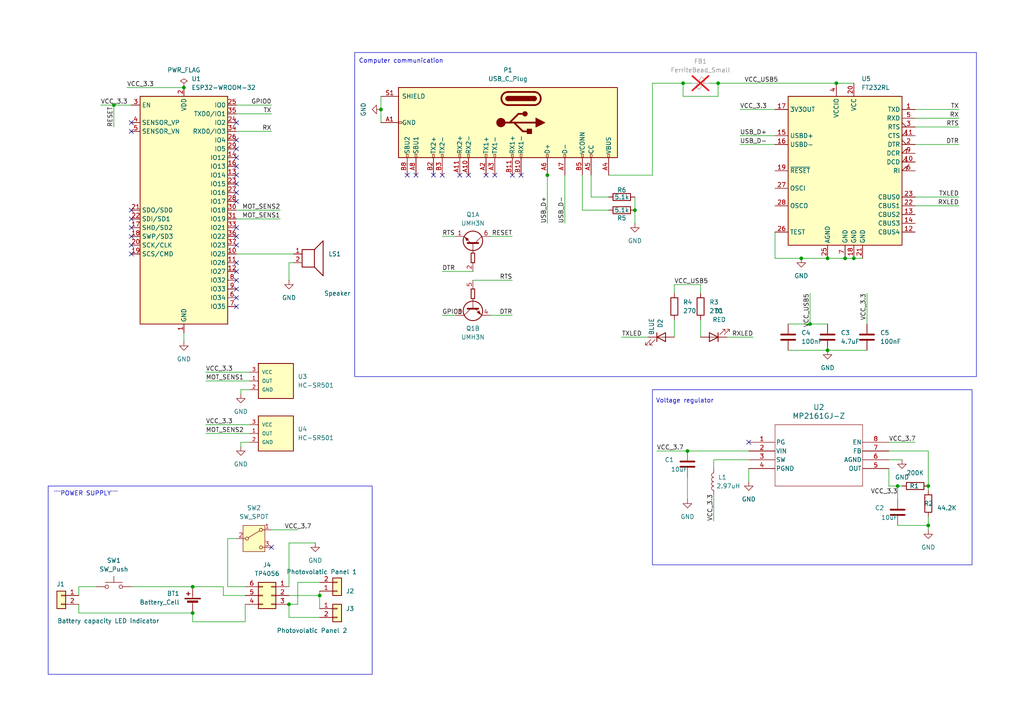
<source format=kicad_sch>
(kicad_sch (version 20231120) (generator "eeschema") (generator_version "8.0")
  (paper "A4")
  (lib_symbols
    (symbol "2024-10-28_19-15-24:MP2161GJ-Z" (pin_names (offset 0.254))
      (property "Reference" "U" (at 20.32 10.16 0))
      (property "Value" "MP2161GJ-Z" (at 20.32 7.62 0))
      (symbol "MP2161GJ-Z_0_1"
        (polyline (pts (xy 7.62 -12.7) (xy 33.02 -12.7)) (stroke (width 0.127)))
        (polyline (pts (xy 7.62 5.08) (xy 7.62 -12.7)) (stroke (width 0.127)))
        (polyline (pts (xy 33.02 -12.7) (xy 33.02 5.08)) (stroke (width 0.127)))
        (polyline (pts (xy 33.02 5.08) (xy 7.62 5.08)) (stroke (width 0.127)))
        (pin unspecified line (at 0 0 0) (length 7.62) (name "PG") (number "1"))
        (pin unspecified line (at 0 -2.54 0) (length 7.62) (name "VIN") (number "2"))
        (pin unspecified line (at 0 -5.08 0) (length 7.62) (name "SW") (number "3"))
        (pin power_out line (at 0 -7.62 0) (length 7.62) (name "PGND") (number "4"))
        (pin output line (at 40.64 -7.62 180) (length 7.62) (name "OUT") (number "5"))
        (pin power_out line (at 40.64 -5.08 180) (length 7.62) (name "AGND") (number "6"))
        (pin unspecified line (at 40.64 -2.54 180) (length 7.62) (name "FB") (number "7"))
        (pin unspecified line (at 40.64 0 180) (length 7.62) (name "EN") (number "8"))
      )
    )
    (symbol "Connector:USB_C_Plug" (pin_names (offset 1.016))
      (property "Reference" "P" (at -10.16 29.21 0))
      (property "Value" "USB_C_Plug" (at 10.16 29.21 0))
      (symbol "USB_C_Plug_0_0"
        (rectangle (start -0.254 -35.56) (end 0.254 -34.544))
        (rectangle (start 10.16 -32.766) (end 9.144 -33.274))
        (rectangle (start 10.16 -30.226) (end 9.144 -30.734))
        (rectangle (start 10.16 -25.146) (end 9.144 -25.654))
        (rectangle (start 10.16 -22.606) (end 9.144 -23.114))
        (rectangle (start 10.16 -17.526) (end 9.144 -18.034))
        (rectangle (start 10.16 -14.986) (end 9.144 -15.494))
        (rectangle (start 10.16 -9.906) (end 9.144 -10.414))
        (rectangle (start 10.16 -7.366) (end 9.144 -7.874))
        (rectangle (start 10.16 -2.286) (end 9.144 -2.794))
        (rectangle (start 10.16 0.254) (end 9.144 -0.254))
        (rectangle (start 10.16 7.874) (end 9.144 7.366))
        (rectangle (start 10.16 12.954) (end 9.144 12.446))
        (rectangle (start 10.16 18.034) (end 9.144 17.526))
        (rectangle (start 10.16 20.574) (end 9.144 20.066))
        (rectangle (start 10.16 25.654) (end 9.144 25.146))
      )
      (symbol "USB_C_Plug_0_1"
        (rectangle (start -10.16 27.94) (end 10.16 -35.56) (stroke (width 0.254)) (fill (type background)))
        (arc (start -8.89 -3.81) (mid -6.985 -5.7067) (end -5.08 -3.81) (stroke (width 0.508)))
        (arc (start -7.62 -3.81) (mid -6.985 -4.4423) (end -6.35 -3.81) (stroke (width 0.254)))
        (arc (start -7.62 -3.81) (mid -6.985 -4.4423) (end -6.35 -3.81) (stroke (width 0.254)) (fill (type outline)))
        (rectangle (start -7.62 -3.81) (end -6.35 3.81) (stroke (width 0.254)) (fill (type outline)))
        (arc (start -6.35 3.81) (mid -6.985 4.4423) (end -7.62 3.81) (stroke (width 0.254)))
        (arc (start -6.35 3.81) (mid -6.985 4.4423) (end -7.62 3.81) (stroke (width 0.254)) (fill (type outline)))
        (arc (start -5.08 3.81) (mid -6.985 5.7067) (end -8.89 3.81) (stroke (width 0.508)))
        (polyline (pts (xy -8.89 -3.81) (xy -8.89 3.81)) (stroke (width 0.508)))
        (polyline (pts (xy -5.08 3.81) (xy -5.08 -3.81)) (stroke (width 0.508)))
      )
      (symbol "USB_C_Plug_1_1"
        (circle (center -2.54 1.143) (radius 0.635) (stroke (width 0.254)) (fill (type outline)))
        (circle (center 0 -5.842) (radius 1.27) (fill (type outline)))
        (polyline (pts (xy 0 -5.842) (xy 0 4.318)) (stroke (width 0.508)))
        (polyline (pts (xy 0 -3.302) (xy -2.54 -0.762) (xy -2.54 0.508)) (stroke (width 0.508)))
        (polyline (pts (xy 0 -2.032) (xy 2.54 0.508) (xy 2.54 1.778)) (stroke (width 0.508)))
        (polyline (pts (xy -1.27 4.318) (xy 0 6.858) (xy 1.27 4.318) (xy -1.27 4.318)) (stroke (width 0.254)) (fill (type outline)))
        (rectangle (start 1.905 1.778) (end 3.175 3.048) (stroke (width 0.254)) (fill (type outline)))
        (pin passive line (at 0 -40.64 90) (length 5.08) (name "GND") (number "A1"))
        (pin bidirectional line (at 15.24 -15.24 180) (length 5.08) (name "RX2-") (number "A10"))
        (pin bidirectional line (at 15.24 -17.78 180) (length 5.08) (name "RX2+") (number "A11"))
        (pin passive line (at 0 -40.64 90) (length 5.08) hide (name "GND") (number "A12"))
        (pin bidirectional line (at 15.24 -10.16 180) (length 5.08) (name "TX1+") (number "A2"))
        (pin bidirectional line (at 15.24 -7.62 180) (length 5.08) (name "TX1-") (number "A3"))
        (pin passive line (at 15.24 25.4 180) (length 5.08) (name "VBUS") (number "A4"))
        (pin bidirectional line (at 15.24 20.32 180) (length 5.08) (name "CC") (number "A5"))
        (pin bidirectional line (at 15.24 7.62 180) (length 5.08) (name "D+") (number "A6"))
        (pin bidirectional line (at 15.24 12.7 180) (length 5.08) (name "D-") (number "A7"))
        (pin bidirectional line (at 15.24 -30.48 180) (length 5.08) (name "SBU1") (number "A8"))
        (pin passive line (at 15.24 25.4 180) (length 5.08) hide (name "VBUS") (number "A9"))
        (pin passive line (at 0 -40.64 90) (length 5.08) hide (name "GND") (number "B1"))
        (pin bidirectional line (at 15.24 0 180) (length 5.08) (name "RX1-") (number "B10"))
        (pin bidirectional line (at 15.24 -2.54 180) (length 5.08) (name "RX1+") (number "B11"))
        (pin passive line (at 0 -40.64 90) (length 5.08) hide (name "GND") (number "B12"))
        (pin bidirectional line (at 15.24 -25.4 180) (length 5.08) (name "TX2+") (number "B2"))
        (pin bidirectional line (at 15.24 -22.86 180) (length 5.08) (name "TX2-") (number "B3"))
        (pin passive line (at 15.24 25.4 180) (length 5.08) hide (name "VBUS") (number "B4"))
        (pin bidirectional line (at 15.24 17.78 180) (length 5.08) (name "VCONN") (number "B5"))
        (pin bidirectional line (at 15.24 -33.02 180) (length 5.08) (name "SBU2") (number "B8"))
        (pin passive line (at 15.24 25.4 180) (length 5.08) hide (name "VBUS") (number "B9"))
        (pin passive line (at -7.62 -40.64 90) (length 5.08) (name "SHIELD") (number "S1"))
      )
    )
    (symbol "Connector_Generic:Conn_01x02" (pin_names (offset 1.016) hide)
      (property "Reference" "J" (at 0 2.54 0))
      (property "Value" "Conn_01x02" (at 0 -5.08 0))
      (symbol "Conn_01x02_1_1"
        (rectangle (start -1.27 -2.413) (end 0 -2.667) (stroke (width 0.1524)))
        (rectangle (start -1.27 0.127) (end 0 -0.127) (stroke (width 0.1524)))
        (rectangle (start -1.27 1.27) (end 1.27 -3.81) (stroke (width 0.254)) (fill (type background)))
        (pin passive line (at -5.08 0 0) (length 3.81) (name "Pin_1") (number "1"))
        (pin passive line (at -5.08 -2.54 0) (length 3.81) (name "Pin_2") (number "2"))
      )
    )
    (symbol "Connector_Generic:Conn_02x03_Counter_Clockwise" (pin_names (offset 1.016) hide)
      (property "Reference" "J" (at 1.27 5.08 0))
      (property "Value" "Conn_02x03_Counter_Clockwise" (at 1.27 -5.08 0))
      (symbol "Conn_02x03_Counter_Clockwise_1_1"
        (rectangle (start -1.27 -2.413) (end 0 -2.667) (stroke (width 0.1524)))
        (rectangle (start -1.27 0.127) (end 0 -0.127) (stroke (width 0.1524)))
        (rectangle (start -1.27 2.667) (end 0 2.413) (stroke (width 0.1524)))
        (rectangle (start -1.27 3.81) (end 3.81 -3.81) (stroke (width 0.254)) (fill (type background)))
        (rectangle (start 3.81 -2.413) (end 2.54 -2.667) (stroke (width 0.1524)))
        (rectangle (start 3.81 0.127) (end 2.54 -0.127) (stroke (width 0.1524)))
        (rectangle (start 3.81 2.667) (end 2.54 2.413) (stroke (width 0.1524)))
        (pin passive line (at -5.08 2.54 0) (length 3.81) (name "Pin_1") (number "1"))
        (pin passive line (at -5.08 0 0) (length 3.81) (name "Pin_2") (number "2"))
        (pin passive line (at -5.08 -2.54 0) (length 3.81) (name "Pin_3") (number "3"))
        (pin passive line (at 7.62 -2.54 180) (length 3.81) (name "Pin_4") (number "4"))
        (pin passive line (at 7.62 0 180) (length 3.81) (name "Pin_5") (number "5"))
        (pin passive line (at 7.62 2.54 180) (length 3.81) (name "Pin_6") (number "6"))
      )
    )
    (symbol "Device:Battery_Cell" (pin_numbers hide) (pin_names (offset 0) hide)
      (property "Reference" "BT" (at 2.54 2.54 0))
      (property "Value" "Battery_Cell" (at 2.54 0 0))
      (symbol "Battery_Cell_0_1"
        (rectangle (start -2.286 1.778) (end 2.286 1.524) (fill (type outline)))
        (rectangle (start -1.524 1.016) (end 1.524 0.508) (fill (type outline)))
        (polyline (pts (xy 0 0.762) (xy 0 0)))
        (polyline (pts (xy 0 1.778) (xy 0 2.54)))
        (polyline (pts (xy 0.762 3.048) (xy 1.778 3.048)) (stroke (width 0.254)))
        (polyline (pts (xy 1.27 3.556) (xy 1.27 2.54)) (stroke (width 0.254)))
      )
      (symbol "Battery_Cell_1_1"
        (pin passive line (at 0 5.08 270) (length 2.54) (name "+") (number "1"))
        (pin passive line (at 0 -2.54 90) (length 2.54) (name "-") (number "2"))
      )
    )
    (symbol "Device:C" (pin_numbers hide) (pin_names (offset 0.254))
      (property "Reference" "C" (at 0.635 2.54 0))
      (property "Value" "C" (at 0.635 -2.54 0))
      (symbol "C_0_1"
        (polyline (pts (xy -2.032 -0.762) (xy 2.032 -0.762)) (stroke (width 0.508)))
        (polyline (pts (xy -2.032 0.762) (xy 2.032 0.762)) (stroke (width 0.508)))
      )
      (symbol "C_1_1"
        (pin passive line (at 0 3.81 270) (length 2.794) (name "~") (number "1"))
        (pin passive line (at 0 -3.81 90) (length 2.794) (name "~") (number "2"))
      )
    )
    (symbol "Device:FerriteBead_Small" (pin_numbers hide) (pin_names (offset 0))
      (property "Reference" "FB" (at 1.905 1.27 0))
      (property "Value" "FerriteBead_Small" (at 1.905 -1.27 0))
      (symbol "FerriteBead_Small_0_1"
        (polyline (pts (xy 0 -1.27) (xy 0 -0.7874)))
        (polyline (pts (xy 0 0.889) (xy 0 1.2954)))
        (polyline (pts (xy -1.8288 0.2794) (xy -1.1176 1.4986) (xy 1.8288 -0.2032) (xy 1.1176 -1.4224) (xy -1.8288 0.2794)))
      )
      (symbol "FerriteBead_Small_1_1"
        (pin passive line (at 0 2.54 270) (length 1.27) (name "~") (number "1"))
        (pin passive line (at 0 -2.54 90) (length 1.27) (name "~") (number "2"))
      )
    )
    (symbol "Device:L" (pin_numbers hide) (pin_names (offset 1.016) hide)
      (property "Reference" "L" (at -1.27 0 90))
      (property "Value" "L" (at 1.905 0 90))
      (symbol "L_0_1"
        (arc (start 0 -2.54) (mid 0.6323 -1.905) (end 0 -1.27))
        (arc (start 0 -1.27) (mid 0.6323 -0.635) (end 0 0))
        (arc (start 0 0) (mid 0.6323 0.635) (end 0 1.27))
        (arc (start 0 1.27) (mid 0.6323 1.905) (end 0 2.54))
      )
      (symbol "L_1_1"
        (pin passive line (at 0 3.81 270) (length 1.27) (name "1") (number "1"))
        (pin passive line (at 0 -3.81 90) (length 1.27) (name "2") (number "2"))
      )
    )
    (symbol "Device:LED" (pin_numbers hide) (pin_names (offset 1.016) hide)
      (property "Reference" "D" (at 0 2.54 0))
      (property "Value" "LED" (at 0 -2.54 0))
      (symbol "LED_0_1"
        (polyline (pts (xy -1.27 -1.27) (xy -1.27 1.27)) (stroke (width 0.254)))
        (polyline (pts (xy -1.27 0) (xy 1.27 0)))
        (polyline (pts (xy 1.27 -1.27) (xy 1.27 1.27) (xy -1.27 0) (xy 1.27 -1.27)) (stroke (width 0.254)))
        (polyline (pts (xy -3.048 -0.762) (xy -4.572 -2.286) (xy -3.81 -2.286) (xy -4.572 -2.286) (xy -4.572 -1.524)))
        (polyline (pts (xy -1.778 -0.762) (xy -3.302 -2.286) (xy -2.54 -2.286) (xy -3.302 -2.286) (xy -3.302 -1.524)))
      )
      (symbol "LED_1_1"
        (pin passive line (at -3.81 0 0) (length 2.54) (name "K") (number "1"))
        (pin passive line (at 3.81 0 180) (length 2.54) (name "A") (number "2"))
      )
    )
    (symbol "Device:R" (pin_numbers hide) (pin_names (offset 0))
      (property "Reference" "R" (at 2.032 0 90))
      (property "Value" "R" (at 0 0 90))
      (symbol "R_0_1"
        (rectangle (start -1.016 -2.54) (end 1.016 2.54) (stroke (width 0.254)))
      )
      (symbol "R_1_1"
        (pin passive line (at 0 3.81 270) (length 1.27) (name "~") (number "1"))
        (pin passive line (at 0 -3.81 90) (length 1.27) (name "~") (number "2"))
      )
    )
    (symbol "Device:Speaker" (pin_names (offset 0) hide)
      (property "Reference" "LS" (at 1.27 5.715 0))
      (property "Value" "Speaker" (at 1.27 3.81 0))
      (symbol "Speaker_0_0"
        (rectangle (start -2.54 1.27) (end 1.016 -3.81) (stroke (width 0.254)))
        (polyline (pts (xy 1.016 1.27) (xy 3.556 3.81) (xy 3.556 -6.35) (xy 1.016 -3.81)) (stroke (width 0.254)))
      )
      (symbol "Speaker_1_1"
        (pin input line (at -5.08 0 0) (length 2.54) (name "1") (number "1"))
        (pin input line (at -5.08 -2.54 0) (length 2.54) (name "2") (number "2"))
      )
    )
    (symbol "HC-SR501_2" (pin_names (offset 1.016))
      (property "Reference" "U3" (at 8.89 -1.2699 0))
      (property "Value" "HC-SR501" (at 8.89 -3.8099 0))
      (symbol "HC-SR501_2_0_0"
        (rectangle (start -2.54 -7.62) (end 7.62 2.54) (stroke (width 0.254)) (fill (type background)))
        (pin output line (at -5.08 -2.54 0) (length 2.54) (name "OUT") (number "1"))
        (pin power_out line (at -5.08 -5.08 0) (length 2.54) (name "GND") (number "2"))
        (pin power_in line (at -5.08 0 0) (length 2.54) (name "VCC") (number "3"))
      )
    )
    (symbol "Interface_USB:FT232RL"
      (property "Reference" "U" (at -16.51 22.86 0))
      (property "Value" "FT232RL" (at 10.16 22.86 0))
      (symbol "FT232RL_0_1"
        (rectangle (start -16.51 21.59) (end 16.51 -21.59) (stroke (width 0.254)) (fill (type background)))
      )
      (symbol "FT232RL_1_1"
        (pin output line (at 20.32 17.78 180) (length 3.81) (name "TXD") (number "1"))
        (pin input input_low (at 20.32 2.54 180) (length 3.81) (name "DCD") (number "10"))
        (pin input input_low (at 20.32 10.16 180) (length 3.81) (name "CTS") (number "11"))
        (pin bidirectional line (at 20.32 -17.78 180) (length 3.81) (name "CBUS4") (number "12"))
        (pin bidirectional line (at 20.32 -12.7 180) (length 3.81) (name "CBUS2") (number "13"))
        (pin bidirectional line (at 20.32 -15.24 180) (length 3.81) (name "CBUS3") (number "14"))
        (pin bidirectional line (at -20.32 10.16 0) (length 3.81) (name "USBD+") (number "15"))
        (pin bidirectional line (at -20.32 7.62 0) (length 3.81) (name "USBD-") (number "16"))
        (pin power_out line (at -20.32 17.78 0) (length 3.81) (name "3V3OUT") (number "17"))
        (pin power_in line (at 2.54 -25.4 90) (length 3.81) (name "GND") (number "18"))
        (pin input line (at -20.32 0 0) (length 3.81) (name "~{RESET}") (number "19"))
        (pin output output_low (at 20.32 7.62 180) (length 3.81) (name "DTR") (number "2"))
        (pin power_in line (at 2.54 25.4 270) (length 3.81) (name "VCC") (number "20"))
        (pin power_in line (at 5.08 -25.4 90) (length 3.81) (name "GND") (number "21"))
        (pin bidirectional line (at 20.32 -10.16 180) (length 3.81) (name "CBUS1") (number "22"))
        (pin bidirectional line (at 20.32 -7.62 180) (length 3.81) (name "CBUS0") (number "23"))
        (pin power_in line (at -5.08 -25.4 90) (length 3.81) (name "AGND") (number "25"))
        (pin input line (at -20.32 -17.78 0) (length 3.81) (name "TEST") (number "26"))
        (pin input line (at -20.32 -5.08 0) (length 3.81) (name "OSCI") (number "27"))
        (pin output line (at -20.32 -10.16 0) (length 3.81) (name "OSCO") (number "28"))
        (pin output output_low (at 20.32 12.7 180) (length 3.81) (name "RTS") (number "3"))
        (pin power_in line (at -2.54 25.4 270) (length 3.81) (name "VCCIO") (number "4"))
        (pin input line (at 20.32 15.24 180) (length 3.81) (name "RXD") (number "5"))
        (pin input input_low (at 20.32 0 180) (length 3.81) (name "RI") (number "6"))
        (pin power_in line (at 0 -25.4 90) (length 3.81) (name "GND") (number "7"))
        (pin input input_low (at 20.32 5.08 180) (length 3.81) (name "DCR") (number "9"))
      )
    )
    (symbol "RF_Module:ESP32-WROOM-32"
      (property "Reference" "U" (at -12.7 34.29 0))
      (property "Value" "ESP32-WROOM-32" (at 1.27 34.29 0))
      (symbol "ESP32-WROOM-32_0_1"
        (rectangle (start -12.7 33.02) (end 12.7 -33.02) (stroke (width 0.254)) (fill (type background)))
      )
      (symbol "ESP32-WROOM-32_1_1"
        (pin power_in line (at 0 -35.56 90) (length 2.54) (name "GND") (number "1"))
        (pin bidirectional line (at 15.24 -12.7 180) (length 2.54) (name "IO25") (number "10"))
        (pin bidirectional line (at 15.24 -15.24 180) (length 2.54) (name "IO26") (number "11"))
        (pin bidirectional line (at 15.24 -17.78 180) (length 2.54) (name "IO27") (number "12"))
        (pin bidirectional line (at 15.24 10.16 180) (length 2.54) (name "IO14") (number "13"))
        (pin bidirectional line (at 15.24 15.24 180) (length 2.54) (name "IO12") (number "14"))
        (pin passive line (at 0 -35.56 90) (length 2.54) hide (name "GND") (number "15"))
        (pin bidirectional line (at 15.24 12.7 180) (length 2.54) (name "IO13") (number "16"))
        (pin bidirectional line (at -15.24 -5.08 0) (length 2.54) (name "SHD/SD2") (number "17"))
        (pin bidirectional line (at -15.24 -7.62 0) (length 2.54) (name "SWP/SD3") (number "18"))
        (pin bidirectional line (at -15.24 -12.7 0) (length 2.54) (name "SCS/CMD") (number "19"))
        (pin power_in line (at 0 35.56 270) (length 2.54) (name "VDD") (number "2"))
        (pin bidirectional line (at -15.24 -10.16 0) (length 2.54) (name "SCK/CLK") (number "20"))
        (pin bidirectional line (at -15.24 0 0) (length 2.54) (name "SDO/SD0") (number "21"))
        (pin bidirectional line (at -15.24 -2.54 0) (length 2.54) (name "SDI/SD1") (number "22"))
        (pin bidirectional line (at 15.24 7.62 180) (length 2.54) (name "IO15") (number "23"))
        (pin bidirectional line (at 15.24 25.4 180) (length 2.54) (name "IO2") (number "24"))
        (pin bidirectional line (at 15.24 30.48 180) (length 2.54) (name "IO0") (number "25"))
        (pin bidirectional line (at 15.24 20.32 180) (length 2.54) (name "IO4") (number "26"))
        (pin bidirectional line (at 15.24 5.08 180) (length 2.54) (name "IO16") (number "27"))
        (pin bidirectional line (at 15.24 2.54 180) (length 2.54) (name "IO17") (number "28"))
        (pin bidirectional line (at 15.24 17.78 180) (length 2.54) (name "IO5") (number "29"))
        (pin input line (at -15.24 30.48 0) (length 2.54) (name "EN") (number "3"))
        (pin bidirectional line (at 15.24 0 180) (length 2.54) (name "IO18") (number "30"))
        (pin bidirectional line (at 15.24 -2.54 180) (length 2.54) (name "IO19") (number "31"))
        (pin no_connect line (at -12.7 -27.94 0) (length 2.54) hide (name "NC") (number "32"))
        (pin bidirectional line (at 15.24 -5.08 180) (length 2.54) (name "IO21") (number "33"))
        (pin bidirectional line (at 15.24 22.86 180) (length 2.54) (name "RXD0/IO3") (number "34"))
        (pin bidirectional line (at 15.24 27.94 180) (length 2.54) (name "TXD0/IO1") (number "35"))
        (pin bidirectional line (at 15.24 -7.62 180) (length 2.54) (name "IO22") (number "36"))
        (pin bidirectional line (at 15.24 -10.16 180) (length 2.54) (name "IO23") (number "37"))
        (pin passive line (at 0 -35.56 90) (length 2.54) hide (name "GND") (number "38"))
        (pin passive line (at 0 -35.56 90) (length 2.54) hide (name "GND") (number "39"))
        (pin input line (at -15.24 25.4 0) (length 2.54) (name "SENSOR_VP") (number "4"))
        (pin input line (at -15.24 22.86 0) (length 2.54) (name "SENSOR_VN") (number "5"))
        (pin input line (at 15.24 -25.4 180) (length 2.54) (name "IO34") (number "6"))
        (pin input line (at 15.24 -27.94 180) (length 2.54) (name "IO35") (number "7"))
        (pin bidirectional line (at 15.24 -20.32 180) (length 2.54) (name "IO32") (number "8"))
        (pin bidirectional line (at 15.24 -22.86 180) (length 2.54) (name "IO33") (number "9"))
      )
    )
    (symbol "Switch:SW_Push" (pin_numbers hide) (pin_names (offset 1.016) hide)
      (property "Reference" "SW" (at 1.27 2.54 0))
      (property "Value" "SW_Push" (at 0 -1.524 0))
      (symbol "SW_Push_0_1"
        (circle (center -2.032 0) (radius 0.508))
        (polyline (pts (xy 0 1.27) (xy 0 3.048)))
        (polyline (pts (xy 2.54 1.27) (xy -2.54 1.27)))
        (circle (center 2.032 0) (radius 0.508))
        (pin passive line (at -5.08 0 0) (length 2.54) (name "1") (number "1"))
        (pin passive line (at 5.08 0 180) (length 2.54) (name "2") (number "2"))
      )
    )
    (symbol "Switch:SW_SPDT" (pin_names (offset 0) hide)
      (property "Reference" "SW" (at 0 5.08 0))
      (property "Value" "SW_SPDT" (at 0 -5.08 0))
      (symbol "SW_SPDT_0_1"
        (circle (center -2.032 0) (radius 0.4572))
        (polyline (pts (xy -1.651 0.254) (xy 1.651 2.286)))
        (circle (center 2.032 -2.54) (radius 0.4572))
        (circle (center 2.032 2.54) (radius 0.4572))
      )
      (symbol "SW_SPDT_1_1"
        (rectangle (start -3.175 3.81) (end 3.175 -3.81) (fill (type background)))
        (pin passive line (at 5.08 2.54 180) (length 2.54) (name "A") (number "1"))
        (pin passive line (at -5.08 0 0) (length 2.54) (name "B") (number "2"))
        (pin passive line (at 5.08 -2.54 180) (length 2.54) (name "C") (number "3"))
      )
    )
    (symbol "Transistor_BJT:UMH3N" (pin_names hide)
      (property "Reference" "Q" (at 7.62 1.27 0))
      (property "Value" "UMH3N" (at 7.62 -1.27 0))
      (symbol "UMH3N_0_1"
        (polyline (pts (xy 3.175 0) (xy 0.254 0)))
        (polyline (pts (xy 3.175 0.635) (xy 5.08 2.54)))
        (polyline (pts (xy 3.175 1.524) (xy 3.175 -1.524)) (stroke (width 0.508)))
        (polyline (pts (xy 3.175 -0.635) (xy 5.08 -2.54) (xy 5.08 -2.54)))
        (polyline (pts (xy 3.81 -1.778) (xy 4.318 -1.27) (xy 4.826 -2.286) (xy 3.81 -1.778) (xy 3.81 -1.778)) (fill (type outline)))
        (rectangle (start 0.254 0.508) (end -2.54 -0.508) (stroke (width 0.254)))
        (circle (center 3.81 0) (radius 2.8194) (stroke (width 0.254)))
      )
      (symbol "UMH3N_1_1"
        (pin passive line (at 5.08 -5.08 90) (length 2.54) (name "E1") (number "1"))
        (pin input line (at -5.08 0 0) (length 2.54) (name "B1") (number "2"))
        (pin passive line (at 5.08 5.08 270) (length 2.54) (name "C1") (number "6"))
      )
      (symbol "UMH3N_2_1"
        (pin passive line (at 5.08 5.08 270) (length 2.54) (name "C2") (number "3"))
        (pin passive line (at 5.08 -5.08 90) (length 2.54) (name "E2") (number "4"))
        (pin input line (at -5.08 0 0) (length 2.54) (name "B2") (number "5"))
      )
    )
    (symbol "power:GND" (power) (pin_numbers hide) (pin_names (offset 0) hide)
      (property "Value" "GND" (at 0 -3.81 0))
      (symbol "GND_0_1"
        (polyline (pts (xy 0 0) (xy 0 -1.27) (xy 1.27 -1.27) (xy 0 -2.54) (xy -1.27 -1.27) (xy 0 -1.27)))
      )
      (symbol "GND_1_1"
        (pin power_in line (at 0 0 270) (length 0) (name "~") (number "1"))
      )
    )
    (symbol "power:PWR_FLAG" (power) (pin_numbers hide) (pin_names (offset 0) hide)
      (property "Value" "PWR_FLAG" (at 0 3.81 0))
      (symbol "PWR_FLAG_0_0"
        (pin power_out line (at 0 0 90) (length 0) (name "~") (number "1"))
      )
      (symbol "PWR_FLAG_0_1"
        (polyline (pts (xy 0 0) (xy 0 1.27) (xy -1.016 1.905) (xy 0 2.54) (xy 1.016 1.905) (xy 0 1.27)))
      )
    )
  )
  (junction (at 242.57 24.13))
  (junction (at 83.82 175.26))
  (junction (at 269.24 152.4))
  (junction (at 240.03 101.6))
  (junction (at 158.75 50.8))
  (junction (at 234.95 93.98))
  (junction (at 53.34 25.4))
  (junction (at 199.39 130.81))
  (junction (at 208.28 24.13))
  (junction (at 260.35 140.97))
  (junction (at 198.12 24.13))
  (junction (at 232.41 74.93))
  (junction (at 269.24 140.97))
  (junction (at 110.49 31.75))
  (junction (at 184.15 60.96))
  (junction (at 55.88 170.18))
  (junction (at 247.65 74.93))
  (junction (at 240.03 74.93))
  (junction (at 55.88 177.8))
  (junction (at 245.11 74.93))
  (junction (at 33.02 30.48))
  (junction (at 92.71 172.72))
  (no_connect (at 68.58 55.88))
  (no_connect (at 68.58 58.42))
  (no_connect (at 68.58 43.18))
  (no_connect (at 68.58 66.04))
  (no_connect (at 68.58 68.58))
  (no_connect (at 38.1 66.04))
  (no_connect (at 38.1 35.56))
  (no_connect (at 68.58 50.8))
  (no_connect (at 133.35 50.8))
  (no_connect (at 38.1 63.5))
  (no_connect (at 68.58 35.56))
  (no_connect (at 125.73 50.8))
  (no_connect (at 68.58 78.74))
  (no_connect (at 68.58 76.2))
  (no_connect (at 120.65 50.8))
  (no_connect (at 38.1 73.66))
  (no_connect (at 68.58 45.72))
  (no_connect (at 143.51 50.8))
  (no_connect (at 68.58 88.9))
  (no_connect (at 118.11 50.8))
  (no_connect (at 38.1 71.12))
  (no_connect (at 68.58 83.82))
  (no_connect (at 78.74 158.75))
  (no_connect (at 38.1 60.96))
  (no_connect (at 68.58 81.28))
  (no_connect (at 128.27 50.8))
  (no_connect (at 68.58 48.26))
  (no_connect (at 217.17 128.27))
  (no_connect (at 38.1 68.58))
  (no_connect (at 151.13 50.8))
  (no_connect (at 68.58 71.12))
  (no_connect (at 148.59 50.8))
  (no_connect (at 68.58 86.36))
  (no_connect (at 38.1 38.1))
  (no_connect (at 135.89 50.8))
  (no_connect (at 68.58 40.64))
  (no_connect (at 140.97 50.8))
  (no_connect (at 68.58 53.34))
  (wire (pts (xy 260.35 140.97) (xy 260.35 144.78)))
  (wire (pts (xy 242.57 24.13) (xy 247.65 24.13)))
  (wire (pts (xy 189.23 24.13) (xy 189.23 50.8)))
  (wire (pts (xy 68.58 33.02) (xy 78.74 33.02)))
  (wire (pts (xy 228.6 93.98) (xy 234.95 93.98)))
  (wire (pts (xy 86.36 168.91) (xy 86.36 175.26)))
  (wire (pts (xy 29.21 30.48) (xy 33.02 30.48)))
  (wire (pts (xy 207.01 133.35) (xy 207.01 135.89)))
  (wire (pts (xy 171.45 57.15) (xy 176.53 57.15)))
  (wire (pts (xy 64.77 170.18) (xy 55.88 170.18)))
  (wire (pts (xy 92.71 179.07) (xy 83.82 179.07)))
  (wire (pts (xy 66.04 156.21) (xy 68.58 156.21)))
  (wire (pts (xy 59.69 125.73) (xy 72.39 125.73)))
  (wire (pts (xy 33.02 30.48) (xy 38.1 30.48)))
  (wire (pts (xy 137.16 81.28) (xy 148.59 81.28)))
  (wire (pts (xy 66.04 170.18) (xy 71.12 170.18)))
  (wire (pts (xy 207.01 133.35) (xy 217.17 133.35)))
  (wire (pts (xy 92.71 172.72) (xy 92.71 176.53)))
  (wire (pts (xy 214.63 31.75) (xy 224.79 31.75)))
  (wire (pts (xy 92.71 168.91) (xy 86.36 168.91)))
  (wire (pts (xy 92.71 172.72) (xy 83.82 172.72)))
  (wire (pts (xy 198.12 27.94) (xy 198.12 24.13)))
  (wire (pts (xy 257.81 133.35) (xy 261.62 133.35)))
  (wire (pts (xy 257.81 130.81) (xy 269.24 130.81)))
  (wire (pts (xy 199.39 130.81) (xy 217.17 130.81)))
  (wire (pts (xy 247.65 74.93) (xy 245.11 74.93)))
  (wire (pts (xy 265.43 59.69) (xy 278.13 59.69)))
  (wire (pts (xy 171.45 50.8) (xy 171.45 57.15)))
  (wire (pts (xy 71.12 175.26) (xy 71.12 180.34)))
  (wire (pts (xy 203.2 82.55) (xy 203.2 85.09)))
  (wire (pts (xy 128.27 91.44) (xy 132.08 91.44)))
  (wire (pts (xy 22.86 177.8) (xy 55.88 177.8)))
  (wire (pts (xy 257.81 128.27) (xy 265.43 128.27)))
  (wire (pts (xy 214.63 41.91) (xy 224.79 41.91)))
  (wire (pts (xy 59.69 123.19) (xy 72.39 123.19)))
  (wire (pts (xy 265.43 57.15) (xy 278.13 57.15)))
  (wire (pts (xy 265.43 31.75) (xy 278.13 31.75)))
  (wire (pts (xy 33.02 30.48) (xy 33.02 36.83)))
  (wire (pts (xy 234.95 85.09) (xy 234.95 93.98)))
  (wire (pts (xy 207.01 143.51) (xy 207.01 151.13)))
  (wire (pts (xy 257.81 140.97) (xy 260.35 140.97)))
  (wire (pts (xy 59.69 107.95) (xy 72.39 107.95)))
  (wire (pts (xy 217.17 135.89) (xy 217.17 139.7)))
  (wire (pts (xy 240.03 74.93) (xy 232.41 74.93)))
  (wire (pts (xy 265.43 34.29) (xy 278.13 34.29)))
  (wire (pts (xy 224.79 74.93) (xy 224.79 67.31)))
  (wire (pts (xy 208.28 27.94) (xy 198.12 27.94)))
  (wire (pts (xy 64.77 172.72) (xy 71.12 172.72)))
  (wire (pts (xy 269.24 130.81) (xy 269.24 140.97)))
  (wire (pts (xy 168.91 50.8) (xy 168.91 60.96)))
  (wire (pts (xy 68.58 38.1) (xy 78.74 38.1)))
  (wire (pts (xy 250.19 74.93) (xy 247.65 74.93)))
  (wire (pts (xy 265.43 41.91) (xy 278.13 41.91)))
  (wire (pts (xy 176.53 50.8) (xy 189.23 50.8)))
  (wire (pts (xy 198.12 24.13) (xy 200.66 24.13)))
  (wire (pts (xy 27.94 170.18) (xy 22.86 170.18)))
  (wire (pts (xy 83.82 170.18) (xy 83.82 157.48)))
  (wire (pts (xy 22.86 175.26) (xy 22.86 177.8)))
  (wire (pts (xy 269.24 140.97) (xy 269.24 142.24)))
  (wire (pts (xy 260.35 140.97) (xy 261.62 140.97)))
  (wire (pts (xy 69.85 129.54) (xy 69.85 128.27)))
  (wire (pts (xy 234.95 93.98) (xy 240.03 93.98)))
  (wire (pts (xy 83.82 76.2) (xy 85.09 76.2)))
  (wire (pts (xy 203.2 92.71) (xy 203.2 97.79)))
  (wire (pts (xy 68.58 30.48) (xy 78.74 30.48)))
  (wire (pts (xy 83.82 81.28) (xy 83.82 76.2)))
  (wire (pts (xy 184.15 60.96) (xy 184.15 57.15)))
  (wire (pts (xy 214.63 39.37) (xy 224.79 39.37)))
  (wire (pts (xy 92.71 171.45) (xy 92.71 172.72)))
  (wire (pts (xy 269.24 149.86) (xy 269.24 152.4)))
  (wire (pts (xy 68.58 73.66) (xy 85.09 73.66)))
  (wire (pts (xy 68.58 60.96) (xy 81.28 60.96)))
  (wire (pts (xy 245.11 74.93) (xy 240.03 74.93)))
  (wire (pts (xy 36.83 25.4) (xy 53.34 25.4)))
  (wire (pts (xy 163.83 50.8) (xy 163.83 64.77)))
  (wire (pts (xy 158.75 49.53) (xy 158.75 50.8)))
  (wire (pts (xy 232.41 74.93) (xy 224.79 74.93)))
  (wire (pts (xy 69.85 114.3) (xy 69.85 113.03)))
  (wire (pts (xy 142.24 91.44) (xy 148.59 91.44)))
  (wire (pts (xy 69.85 128.27) (xy 72.39 128.27)))
  (wire (pts (xy 210.82 97.79) (xy 218.44 97.79)))
  (wire (pts (xy 251.46 85.09) (xy 251.46 93.98)))
  (wire (pts (xy 199.39 138.43) (xy 199.39 144.78)))
  (wire (pts (xy 66.04 170.18) (xy 66.04 156.21)))
  (wire (pts (xy 208.28 24.13) (xy 242.57 24.13)))
  (wire (pts (xy 83.82 157.48) (xy 91.44 157.48)))
  (wire (pts (xy 257.81 140.97) (xy 257.81 135.89)))
  (wire (pts (xy 142.24 68.58) (xy 148.59 68.58)))
  (wire (pts (xy 83.82 179.07) (xy 83.82 175.26)))
  (wire (pts (xy 208.28 24.13) (xy 208.28 27.94)))
  (wire (pts (xy 69.85 113.03) (xy 72.39 113.03)))
  (wire (pts (xy 64.77 170.18) (xy 64.77 172.72)))
  (wire (pts (xy 240.03 101.6) (xy 251.46 101.6)))
  (wire (pts (xy 86.36 175.26) (xy 83.82 175.26)))
  (wire (pts (xy 128.27 68.58) (xy 132.08 68.58)))
  (wire (pts (xy 265.43 36.83) (xy 278.13 36.83)))
  (wire (pts (xy 55.88 170.18) (xy 38.1 170.18)))
  (wire (pts (xy 78.74 153.67) (xy 86.36 153.67)))
  (wire (pts (xy 195.58 82.55) (xy 203.2 82.55)))
  (wire (pts (xy 110.49 31.75) (xy 110.49 35.56)))
  (wire (pts (xy 269.24 152.4) (xy 269.24 153.67)))
  (wire (pts (xy 190.5 130.81) (xy 199.39 130.81)))
  (wire (pts (xy 68.58 63.5) (xy 81.28 63.5)))
  (wire (pts (xy 22.86 170.18) (xy 22.86 172.72)))
  (wire (pts (xy 128.27 78.74) (xy 137.16 78.74)))
  (wire (pts (xy 195.58 92.71) (xy 195.58 97.79)))
  (wire (pts (xy 189.23 24.13) (xy 198.12 24.13)))
  (wire (pts (xy 187.96 97.79) (xy 180.34 97.79)))
  (wire (pts (xy 168.91 60.96) (xy 176.53 60.96)))
  (wire (pts (xy 205.74 24.13) (xy 208.28 24.13)))
  (wire (pts (xy 53.34 96.52) (xy 53.34 99.06)))
  (wire (pts (xy 158.75 50.8) (xy 158.75 64.77)))
  (wire (pts (xy 184.15 64.77) (xy 184.15 60.96)))
  (wire (pts (xy 55.88 177.8) (xy 55.88 180.34)))
  (wire (pts (xy 195.58 85.09) (xy 195.58 82.55)))
  (wire (pts (xy 260.35 152.4) (xy 269.24 152.4)))
  (wire (pts (xy 71.12 180.34) (xy 55.88 180.34)))
  (wire (pts (xy 228.6 101.6) (xy 240.03 101.6)))
  (wire (pts (xy 59.69 110.49) (xy 72.39 110.49)))
  (wire (pts (xy 110.49 27.94) (xy 110.49 31.75)))
  (rectangle (start 189.23 113.03) (end 281.94 163.83))
  (rectangle (start 102.87 15.24) (end 283.21 109.22))
  (rectangle (start 13.97 140.97) (end 107.95 195.58))
  (text "Computer communication" (at 116.332 17.78 0) (effects (font (size 1.27 1.27))))
  (text "\"\"POWER SUPPLY\"\"" (at 24.892 143.256 0) (effects (font (size 1.27 1.27))))
  (text "Voltage regulator" (at 198.628 116.332 0) (effects (font (size 1.27 1.27))))
  (text "Ref: https://docs.espressif.com/projects/esp-hardware-design-guidelines/en/latest/esp32/esp-hardware-design-guidelines-en-master-esp32.pdf" (at 17.018 -22.352 0) (effects (font (size 1.27 1.27)) (justify left)))
  (text "Ref: https://www.monolithicpower.com/en/documentview/productdocument/index/version/2/document_type/Datasheet/lang/en/sku/MP2161GJ/document_id/450/" (at 17.018 -19.304 0) (effects (font (size 1.27 1.27)) (justify left)))
  (label "VCC_3.7" (at 190.5 130.81 0))
  (label "RTS" (at 278.13 36.83 180))
  (label "VCC_3.3" (at 36.83 25.4 0))
  (label "RTS" (at 128.27 68.58 0))
  (label "RXLED" (at 218.44 97.79 180))
  (label "RX" (at 278.13 34.29 180))
  (label "VCC_3.3" (at 260.35 143.51 180))
  (label "TXLED" (at 278.13 57.15 180))
  (label "RX" (at 78.74 38.1 180))
  (label "USB_D-" (at 214.63 41.91 0))
  (label "MOT_SENS2" (at 59.69 125.73 0))
  (label "GPIO0" (at 78.74 30.48 180))
  (label "VCC_3.3" (at 59.69 123.19 0))
  (label "MOT_SENS1" (at 59.69 110.49 0))
  (label "USB_D-" (at 163.83 64.77 90))
  (label "VCC_3.7" (at 82.55 153.67 0))
  (label "VCC_USB5" (at 215.9 24.13 0))
  (label "TX" (at 278.13 31.75 180))
  (label "DTR" (at 148.59 91.44 180))
  (label "TX" (at 78.74 33.02 180))
  (label "DTR" (at 278.13 41.91 180))
  (label "RTS" (at 148.59 81.28 180))
  (label "VCC_3.3" (at 207.01 151.13 90))
  (label "DTR" (at 128.27 78.74 0))
  (label "VCC_USB5" (at 234.95 85.09 270))
  (label "VCC_3.3" (at 251.46 85.09 270))
  (label "MOT_SENS2" (at 81.28 60.96 180))
  (label "VCC_3.3" (at 214.63 31.75 0))
  (label "GPIO0" (at 128.27 91.44 0))
  (label "USB_D+" (at 158.75 64.77 90))
  (label "VCC_3.3" (at 59.69 107.95 0))
  (label "MOT_SENS1" (at 81.28 63.5 180))
  (label "VCC_3.3" (at 29.21 30.48 0))
  (label "RESET" (at 33.02 36.83 90))
  (label "TXLED" (at 180.34 97.79 0))
  (label "VCC_3.7" (at 257.81 128.27 0))
  (label "RXLED" (at 278.13 59.69 180))
  (label "RESET" (at 148.59 68.58 180))
  (label "VCC_USB5" (at 195.58 82.55 0))
  (label "USB_D+" (at 214.63 39.37 0))
  (symbol (lib_id "Transistor_BJT:UMH3N") (at 137.16 86.36 90) (mirror x) (unit 2)
    (property "Reference" "Q1" (at 137.16 95.25 90))
    (property "Value" "UMH3N" (at 137.16 97.79 90))
    (property "Footprint" "Package_TO_SOT_SMD:SOT-363_SC-70-6" (effects (hide yes)))
    (property "Datasheet" "http://rohmfs.rohm.com/en/products/databook/datasheet/discrete/transistor/digital/emh3t2r-e.pdf" (effects (hide yes)))
    (property "Description" "0.1A Ic, 50V Vce, Dual NPN Input Resistor Transistors, SOT-363" (effects (hide yes)))
  )
  (symbol (lib_name "HC-SR501_2") (lib_id "HC-SR501:HC-SR501") (at 77.47 123.19 0) (unit 1)
    (property "Reference" "U4" (at 86.36 124.4599 0) (effects (justify left)))
    (property "Value" "HC-SR501" (at 86.36 126.9999 0) (effects (justify left)))
    (property "Footprint" "Connector_PinHeader_2.54mm:PinHeader_1x03_P2.54mm_Vertical" (effects (hide yes)))
    (property "MF" "TruSens" (effects (hide yes)))
    (property "Description_1" "\n                        \n                            \n                        \n" (effects (hide yes)))
    (property "Package" "None" (effects (hide yes)))
    (property "Price" "None" (effects (hide yes)))
    (property "SnapEDA_Link" "https://www.snapeda.com/parts/HC-SR501/E%2526E/view-part/?ref=snap" (effects (hide yes)))
    (property "MP" "HC-SR501" (effects (hide yes)))
    (property "Availability" "Not in stock" (effects (hide yes)))
    (property "Check_prices" "https://www.snapeda.com/parts/HC-SR501/E%2526E/view-part/?ref=eda" (effects (hide yes)))
  )
  (symbol (lib_id "Device:R") (at 203.2 88.9 0) (unit 1)
    (property "Reference" "R3" (at 205.74 87.6299 0) (effects (justify left)))
    (property "Value" "270" (at 205.74 90.1699 0) (effects (justify left)))
    (property "Footprint" "Resistor_SMD:R_0805_2012Metric" (effects (hide yes)))
    (property "Description" "Resistor" (effects (hide yes)))
  )
  (symbol (lib_name "HC-SR501_2") (lib_id "HC-SR501:HC-SR501") (at 77.47 107.95 0) (unit 1)
    (property "Reference" "U3" (at 86.36 109.2199 0) (effects (justify left)))
    (property "Value" "HC-SR501" (at 86.36 111.7599 0) (effects (justify left)))
    (property "Footprint" "Connector_PinHeader_2.54mm:PinHeader_1x03_P2.54mm_Vertical" (effects (hide yes)))
    (property "MF" "TruSens" (effects (hide yes)))
    (property "Description_1" "\n                        \n                            \n                        \n" (effects (hide yes)))
    (property "Package" "None" (effects (hide yes)))
    (property "Price" "None" (effects (hide yes)))
    (property "SnapEDA_Link" "https://www.snapeda.com/parts/HC-SR501/E%2526E/view-part/?ref=snap" (effects (hide yes)))
    (property "MP" "HC-SR501" (effects (hide yes)))
    (property "Availability" "Not in stock" (effects (hide yes)))
    (property "Check_prices" "https://www.snapeda.com/parts/HC-SR501/E%2526E/view-part/?ref=eda" (effects (hide yes)))
  )
  (symbol (lib_id "Device:R") (at 180.34 57.15 90) (unit 1)
    (property "Reference" "R6" (at 180.34 55.118 90))
    (property "Value" "5.1k" (at 180.34 60.96 90))
    (property "Footprint" "Resistor_SMD:R_0805_2012Metric" (effects (hide yes)))
    (property "Description" "Resistor" (effects (hide yes)))
  )
  (symbol (lib_id "Device:R") (at 269.24 146.05 0) (unit 1)
    (property "Reference" "R2" (at 267.97 146.05 0) (effects (justify left)))
    (property "Value" "44.2K" (at 271.78 147.3199 0) (effects (justify left)))
    (property "Footprint" "Resistor_SMD:R_0805_2012Metric" (effects (hide yes)))
    (property "Description" "Resistor" (effects (hide yes)))
  )
  (symbol (lib_id "Device:R") (at 195.58 88.9 0) (unit 1)
    (property "Reference" "R4" (at 198.12 87.6299 0) (effects (justify left)))
    (property "Value" "270" (at 198.12 90.1699 0) (effects (justify left)))
    (property "Footprint" "Resistor_SMD:R_0805_2012Metric" (effects (hide yes)))
    (property "Description" "Resistor" (effects (hide yes)))
  )
  (symbol (lib_id "Connector_Generic:Conn_02x03_Counter_Clockwise") (at 78.74 172.72 0) (mirror y) (unit 1)
    (property "Reference" "J4" (at 77.47 163.83 0))
    (property "Value" "TP4056" (at 77.47 166.37 0))
    (property "Footprint" "TP4056.:TP4056" (effects (hide yes)))
    (property "Description" "Generic connector, double row, 02x03, counter clockwise pin numbering scheme (similar to DIP package numbering), script generated (kicad-library-utils/schlib/autogen/connector/)" (effects (hide yes)))
  )
  (symbol (lib_id "power:GND") (at 232.41 74.93 0) (unit 1)
    (property "Reference" "#PWR012" (effects (hide yes)))
    (property "Value" "GND" (at 232.41 80.01 0))
    (property "Description" "Power symbol creates a global label with name \"GND\" , ground" (effects (hide yes)))
  )
  (symbol (lib_id "Device:C") (at 199.39 134.62 0) (unit 1)
    (property "Reference" "C1" (at 192.786 133.35 0) (effects (justify left)))
    (property "Value" "10uF" (at 194.564 136.144 0) (effects (justify left)))
    (property "Footprint" "Capacitor_SMD:C_3640_9110Metric" (effects (hide yes)))
    (property "Description" "Unpolarized capacitor" (effects (hide yes)))
  )
  (symbol (lib_id "Device:R") (at 180.34 60.96 90) (unit 1)
    (property "Reference" "R5" (at 180.34 63.246 90))
    (property "Value" "5.1k" (at 180.34 57.15 90))
    (property "Footprint" "Resistor_SMD:R_0805_2012Metric" (effects (hide yes)))
    (property "Description" "Resistor" (effects (hide yes)))
  )
  (symbol (lib_id "power:GND") (at 53.34 99.06 0) (unit 1)
    (property "Reference" "#PWR06" (effects (hide yes)))
    (property "Value" "GND" (at 53.34 104.14 0))
    (property "Description" "Power symbol creates a global label with name \"GND\" , ground" (effects (hide yes)))
  )
  (symbol (lib_id "power:GND") (at 69.85 129.54 0) (unit 1)
    (property "Reference" "#PWR09" (effects (hide yes)))
    (property "Value" "GND" (at 69.85 134.62 0))
    (property "Description" "Power symbol creates a global label with name \"GND\" , ground" (effects (hide yes)))
  )
  (symbol (lib_id "Switch:SW_SPDT") (at 73.66 156.21 0) (unit 1)
    (property "Reference" "SW2" (at 73.66 147.32 0))
    (property "Value" "SW_SPDT" (at 73.66 149.86 0))
    (property "Footprint" "Connector_PinHeader_2.54mm:PinHeader_1x02_P2.54mm_Vertical" (effects (hide yes)))
    (property "Description" "Switch, single pole double throw" (effects (hide yes)))
  )
  (symbol (lib_id "2024-10-28_19-15-24:MP2161GJ-Z") (at 217.17 128.27 0) (unit 1)
    (property "Reference" "U2" (at 237.49 118.11 0) (effects (font (size 1.524 1.524))))
    (property "Value" "MP2161GJ-Z" (at 237.49 120.65 0) (effects (font (size 1.524 1.524))))
    (property "Footprint" "Package_TO_SOT_SMD:SOT-23-8_Handsoldering" (effects (hide yes)))
    (property "Datasheet" "MP2161GJ-Z" (effects (hide yes)))
  )
  (symbol (lib_id "RF_Module:ESP32-WROOM-32") (at 53.34 60.96 0) (unit 1)
    (property "Reference" "U1" (at 55.5341 22.86 0) (effects (justify left)))
    (property "Value" "ESP32-WROOM-32" (at 55.5341 25.4 0) (effects (justify left)))
    (property "Footprint" "RF_Module:ESP32-WROOM-32" (effects (hide yes)))
    (property "Datasheet" "https://www.espressif.com/sites/default/files/documentation/esp32-wroom-32_datasheet_en.pdf" (effects (hide yes)))
    (property "Description" "RF Module, ESP32-D0WDQ6 SoC, Wi-Fi 802.11b/g/n, Bluetooth, BLE, 32-bit, 2.7-3.6V, onboard antenna, SMD" (effects (hide yes)))
  )
  (symbol (lib_id "Device:Battery_Cell") (at 55.88 175.26 0) (mirror y) (unit 1)
    (property "Reference" "BT1" (at 52.07 172.1484 0) (effects (justify left)))
    (property "Value" "Battery_Cell" (at 52.07 174.6884 0) (effects (justify left)))
    (property "Description" "Single-cell battery" (effects (hide yes)))
  )
  (symbol (lib_id "power:GND") (at 261.62 133.35 0) (unit 1)
    (property "Reference" "#PWR04" (effects (hide yes)))
    (property "Value" "GND" (at 261.62 138.43 0))
    (property "Description" "Power symbol creates a global label with name \"GND\" , ground" (effects (hide yes)))
  )
  (symbol (lib_id "Device:FerriteBead_Small") (at 203.2 24.13 90) (unit 1) (in_bom no) (dnp yes)
    (property "Reference" "FB1" (at 203.1619 17.78 90))
    (property "Value" "FerriteBead_Small" (at 203.1619 20.32 90))
    (property "Description" "Ferrite bead, small symbol" (effects (hide yes)))
  )
  (symbol (lib_id "Device:C") (at 260.35 148.59 0) (unit 1)
    (property "Reference" "C2" (at 253.746 147.32 0) (effects (justify left)))
    (property "Value" "10uF" (at 255.524 150.114 0) (effects (justify left)))
    (property "Footprint" "Capacitor_SMD:C_3640_9110Metric" (effects (hide yes)))
    (property "Description" "Unpolarized capacitor" (effects (hide yes)))
  )
  (symbol (lib_id "power:GND") (at 217.17 139.7 0) (unit 1)
    (property "Reference" "#PWR05" (effects (hide yes)))
    (property "Value" "GND" (at 217.17 144.78 0))
    (property "Description" "Power symbol creates a global label with name \"GND\" , ground" (effects (hide yes)))
  )
  (symbol (lib_id "power:GND") (at 184.15 64.77 0) (unit 1)
    (property "Reference" "#PWR013" (effects (hide yes)))
    (property "Value" "GND" (at 184.15 69.85 0))
    (property "Description" "Power symbol creates a global label with name \"GND\" , ground" (effects (hide yes)))
  )
  (symbol (lib_id "Connector:USB_C_Plug") (at 151.13 35.56 270) (unit 1)
    (property "Reference" "P1" (at 147.32 20.32 90))
    (property "Value" "USB_C_Plug" (at 147.32 22.86 90))
    (property "Footprint" "Connector_USB:USB_C_Receptacle_GCT_USB4085" (effects (hide yes)))
    (property "Datasheet" "https://www.usb.org/sites/default/files/documents/usb_type-c.zip" (effects (hide yes)))
    (property "Description" "USB Type-C Plug connector" (effects (hide yes)))
  )
  (symbol (lib_id "Device:L") (at 207.01 139.7 180) (unit 1)
    (property "Reference" "L1" (at 208.28 138.4299 0) (effects (justify right)))
    (property "Value" "2.97uH" (at 207.772 140.97 0) (effects (justify right)))
    (property "Footprint" "Inductor_SMD:L_0603_1608Metric_Pad1.05x0.95mm_HandSolder" (effects (hide yes)))
    (property "Description" "Inductor" (effects (hide yes)))
  )
  (symbol (lib_id "Device:C") (at 228.6 97.79 0) (unit 1)
    (property "Reference" "C4" (at 232.41 96.5199 0) (effects (justify left)))
    (property "Value" "100nF" (at 232.41 99.0599 0) (effects (justify left)))
    (property "Footprint" "Capacitor_SMD:C_0805_2012Metric" (effects (hide yes)))
    (property "Description" "Unpolarized capacitor" (effects (hide yes)))
  )
  (symbol (lib_id "power:GND") (at 83.82 81.28 0) (unit 1)
    (property "Reference" "#PWR07" (effects (hide yes)))
    (property "Value" "GND" (at 83.82 86.36 0))
    (property "Description" "Power symbol creates a global label with name \"GND\" , ground" (effects (hide yes)))
  )
  (symbol (lib_id "power:GND") (at 69.85 114.3 0) (unit 1)
    (property "Reference" "#PWR08" (effects (hide yes)))
    (property "Value" "GND" (at 69.85 119.38 0))
    (property "Description" "Power symbol creates a global label with name \"GND\" , ground" (effects (hide yes)))
  )
  (symbol (lib_id "Connector_Generic:Conn_01x02") (at 97.79 171.45 0) (mirror x) (unit 1)
    (property "Reference" "J2" (at 100.33 171.4501 0) (effects (justify left)))
    (property "Value" "Photovolatic Panel 1" (at 83.058 165.862 0) (effects (justify left)))
    (property "Footprint" "Connector_PinHeader_2.54mm:PinHeader_1x02_P2.54mm_Vertical" (effects (hide yes)))
    (property "Description" "Generic connector, single row, 01x02, script generated (kicad-library-utils/schlib/autogen/connector/)" (effects (hide yes)))
  )
  (symbol (lib_id "Transistor_BJT:UMH3N") (at 137.16 73.66 270) (mirror x) (unit 1)
    (property "Reference" "Q1" (at 137.16 62.23 90))
    (property "Value" "UMH3N" (at 137.16 64.77 90))
    (property "Footprint" "Package_TO_SOT_SMD:SOT-363_SC-70-6" (effects (hide yes)))
    (property "Datasheet" "http://rohmfs.rohm.com/en/products/databook/datasheet/discrete/transistor/digital/emh3t2r-e.pdf" (effects (hide yes)))
    (property "Description" "0.1A Ic, 50V Vce, Dual NPN Input Resistor Transistors, SOT-363" (effects (hide yes)))
  )
  (symbol (lib_id "Interface_USB:FT232RL") (at 245.11 49.53 0) (unit 1)
    (property "Reference" "U5" (at 249.8441 22.86 0) (effects (justify left)))
    (property "Value" "FT232RL" (at 249.8441 25.4 0) (effects (justify left)))
    (property "Footprint" "Package_SO:SSOP-28_5.3x10.2mm_P0.65mm" (effects (hide yes)))
    (property "Datasheet" "https://www.ftdichip.com/Support/Documents/DataSheets/ICs/DS_FT232R.pdf" (effects (hide yes)))
    (property "Description" "USB to Serial Interface, SSOP-28" (effects (hide yes)))
  )
  (symbol (lib_id "Device:Speaker") (at 90.17 73.66 0) (unit 1)
    (property "Reference" "LS1" (at 95.25 73.6599 0) (effects (justify left)))
    (property "Value" "Speaker" (at 93.98 85.0899 0) (effects (justify left)))
    (property "Footprint" "Connector_PinHeader_2.54mm:PinHeader_1x02_P2.54mm_Vertical" (effects (hide yes)))
    (property "Description" "Speaker" (effects (hide yes)))
  )
  (symbol (lib_id "power:GND") (at 199.39 144.78 0) (unit 1)
    (property "Reference" "#PWR02" (effects (hide yes)))
    (property "Value" "GND" (at 199.39 149.86 0))
    (property "Description" "Power symbol creates a global label with name \"GND\" , ground" (effects (hide yes)))
  )
  (symbol (lib_id "Connector_Generic:Conn_01x02") (at 17.78 172.72 0) (mirror y) (unit 1)
    (property "Reference" "J1" (at 18.796 169.418 0) (effects (justify left)))
    (property "Value" "Battery capacity LED indicator" (at 46.228 180.086 0) (effects (justify left)))
    (property "Footprint" "Connector_PinHeader_2.54mm:PinHeader_1x02_P2.54mm_Vertical" (effects (hide yes)))
    (property "Description" "Generic connector, single row, 01x02, script generated (kicad-library-utils/schlib/autogen/connector/)" (effects (hide yes)))
  )
  (symbol (lib_id "Connector_Generic:Conn_01x02") (at 97.79 176.53 0) (unit 1)
    (property "Reference" "J3" (at 100.33 176.5299 0) (effects (justify left)))
    (property "Value" "Photovolatic Panel 2" (at 80.264 182.88 0) (effects (justify left)))
    (property "Footprint" "Connector_PinHeader_2.54mm:PinHeader_1x02_P2.54mm_Vertical" (effects (hide yes)))
    (property "Description" "Generic connector, single row, 01x02, script generated (kicad-library-utils/schlib/autogen/connector/)" (effects (hide yes)))
  )
  (symbol (lib_id "Switch:SW_Push") (at 33.02 170.18 0) (unit 1)
    (property "Reference" "SW1" (at 33.02 162.56 0))
    (property "Value" "SW_Push" (at 33.02 165.1 0))
    (property "Footprint" "Button_Switch_SMD:SW_Push_1P1T_NO_6x6mm_H9.5mm" (effects (hide yes)))
    (property "Description" "Push button switch, generic, two pins" (effects (hide yes)))
  )
  (symbol (lib_id "Device:C") (at 240.03 97.79 0) (unit 1)
    (property "Reference" "C3" (at 243.84 96.5199 0) (effects (justify left)))
    (property "Value" "4.7uF" (at 243.84 99.0599 0) (effects (justify left)))
    (property "Footprint" "Capacitor_SMD:C_0805_2012Metric" (effects (hide yes)))
    (property "Description" "Unpolarized capacitor" (effects (hide yes)))
  )
  (symbol (lib_id "Device:C") (at 251.46 97.79 0) (unit 1)
    (property "Reference" "C5" (at 255.27 96.5199 0) (effects (justify left)))
    (property "Value" "100nF" (at 255.27 99.0599 0) (effects (justify left)))
    (property "Footprint" "Capacitor_SMD:C_0805_2012Metric" (effects (hide yes)))
    (property "Description" "Unpolarized capacitor" (effects (hide yes)))
  )
  (symbol (lib_id "power:GND") (at 269.24 153.67 0) (unit 1)
    (property "Reference" "#PWR03" (effects (hide yes)))
    (property "Value" "GND" (at 269.24 158.75 0))
    (property "Description" "Power symbol creates a global label with name \"GND\" , ground" (effects (hide yes)))
  )
  (symbol (lib_id "Device:LED") (at 207.01 97.79 180) (unit 1)
    (property "Reference" "D1" (at 208.5975 90.17 0))
    (property "Value" "RED" (at 208.5975 92.71 0))
    (property "Footprint" "LED_SMD:LED_0805_2012Metric" (effects (hide yes)))
    (property "Description" "Light emitting diode" (effects (hide yes)))
  )
  (symbol (lib_id "power:GND") (at 240.03 101.6 0) (unit 1)
    (property "Reference" "#PWR01" (effects (hide yes)))
    (property "Value" "GND" (at 240.03 106.68 0))
    (property "Description" "Power symbol creates a global label with name \"GND\" , ground" (effects (hide yes)))
  )
  (symbol (lib_id "Device:R") (at 265.43 140.97 90) (unit 1)
    (property "Reference" "R1" (at 265.176 140.97 90))
    (property "Value" "200K" (at 265.43 137.16 90))
    (property "Footprint" "Resistor_SMD:R_0805_2012Metric" (effects (hide yes)))
    (property "Description" "Resistor" (effects (hide yes)))
  )
  (symbol (lib_id "power:GND") (at 110.49 31.75 270) (unit 1)
    (property "Reference" "#PWR011" (effects (hide yes)))
    (property "Value" "GND" (at 105.41 31.75 0))
    (property "Description" "Power symbol creates a global label with name \"GND\" , ground" (effects (hide yes)))
  )
  (symbol (lib_id "Device:LED") (at 191.77 97.79 0) (unit 1)
    (property "Reference" "D2" (at 191.516 92.456 90) (effects (justify right)))
    (property "Value" "BLUE" (at 188.976 92.202 90) (effects (justify right)))
    (property "Footprint" "LED_SMD:LED_0805_2012Metric" (effects (hide yes)))
    (property "Description" "Light emitting diode" (effects (hide yes)))
  )
  (symbol (lib_id "power:GND") (at 91.44 157.48 0) (unit 1)
    (property "Reference" "#PWR010" (effects (hide yes)))
    (property "Value" "GND" (at 91.44 162.56 0))
    (property "Description" "Power symbol creates a global label with name \"GND\" , ground" (effects (hide yes)))
  )
  (symbol (lib_id "power:PWR_FLAG") (at 53.34 25.4 0) (unit 1)
    (property "Reference" "#FLG01" (effects (hide yes)))
    (property "Value" "PWR_FLAG" (at 53.34 20.32 0))
    (property "Description" "Special symbol for telling ERC where power comes from" (effects (hide yes)))
  )
)
</source>
